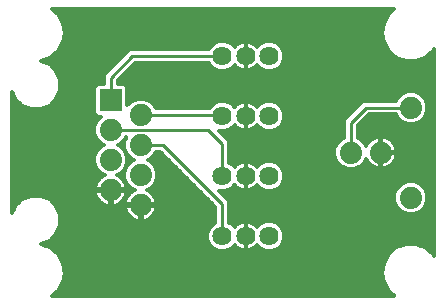
<source format=gbl>
G75*
G70*
%OFA0B0*%
%FSLAX24Y24*%
%IPPOS*%
%LPD*%
%AMOC8*
5,1,8,0,0,1.08239X$1,22.5*
%
%ADD10C,0.0740*%
%ADD11R,0.0740X0.0740*%
%ADD12C,0.0640*%
%ADD13C,0.0120*%
%ADD14C,0.0100*%
D10*
X006897Y003982D03*
X007897Y004482D03*
X006897Y004982D03*
X007897Y005482D03*
X006897Y005982D03*
X007897Y006482D03*
X007897Y003482D03*
X014897Y005232D03*
X015897Y005232D03*
X016897Y006732D03*
X016897Y003732D03*
D11*
X006897Y006982D03*
D12*
X010609Y006448D03*
X011397Y006448D03*
X012184Y006448D03*
X012184Y004448D03*
X011397Y004448D03*
X010609Y004448D03*
X010609Y002448D03*
X011397Y002448D03*
X012184Y002448D03*
X012184Y008448D03*
X011397Y008448D03*
X010609Y008448D03*
D13*
X004855Y002295D02*
X004573Y002178D01*
X004879Y002067D01*
X004879Y002067D01*
X005135Y001852D01*
X005135Y001852D01*
X005303Y001562D01*
X005303Y001562D01*
X005361Y001232D01*
X005361Y001232D01*
X005303Y000902D01*
X005303Y000902D01*
X005135Y000612D01*
X005135Y000612D01*
X005135Y000612D01*
X004945Y000452D01*
X016348Y000452D01*
X016158Y000612D01*
X016158Y000612D01*
X015990Y000902D01*
X015990Y000902D01*
X015932Y001232D01*
X015932Y001232D01*
X015990Y001562D01*
X015990Y001562D01*
X016158Y001852D01*
X016158Y001852D01*
X016414Y002067D01*
X016414Y002067D01*
X016729Y002182D01*
X016729Y002182D01*
X016896Y002182D01*
X017064Y002182D01*
X017064Y002182D01*
X017379Y002067D01*
X017379Y002067D01*
X017635Y001852D01*
X017635Y001852D01*
X017677Y001781D01*
X017677Y008683D01*
X017635Y008612D01*
X017635Y008612D01*
X017635Y008612D01*
X017379Y008396D01*
X017379Y008396D01*
X017064Y008282D01*
X016988Y008282D01*
X016896Y008282D01*
X016729Y008282D01*
X016729Y008282D01*
X016414Y008396D01*
X016414Y008396D01*
X016158Y008612D01*
X016158Y008612D01*
X015990Y008902D01*
X015990Y008902D01*
X015932Y009232D01*
X015932Y009232D01*
X015990Y009562D01*
X015990Y009562D01*
X016158Y009852D01*
X016158Y009852D01*
X016348Y010012D01*
X004945Y010012D01*
X005135Y009852D01*
X005135Y009852D01*
X005303Y009562D01*
X005303Y009562D01*
X005361Y009232D01*
X005361Y009232D01*
X005303Y008902D01*
X005303Y008902D01*
X005135Y008612D01*
X005135Y008612D01*
X005135Y008612D01*
X004879Y008396D01*
X004879Y008396D01*
X004573Y008285D01*
X004855Y008168D01*
X005083Y007941D01*
X005206Y007643D01*
X005206Y007321D01*
X005083Y007023D01*
X004855Y006795D01*
X004558Y006672D01*
X004235Y006672D01*
X003938Y006795D01*
X003710Y007023D01*
X003616Y007249D01*
X003616Y003215D01*
X003710Y003441D01*
X003938Y003668D01*
X004235Y003792D01*
X004558Y003792D01*
X004855Y003668D01*
X005083Y003441D01*
X005206Y003143D01*
X005206Y002821D01*
X005083Y002523D01*
X004855Y002295D01*
X004926Y002366D02*
X010109Y002366D01*
X010109Y002349D02*
X010185Y002165D01*
X010326Y002024D01*
X010510Y001948D01*
X010709Y001948D01*
X010892Y002024D01*
X011019Y002151D01*
X011030Y002136D01*
X011084Y002082D01*
X011145Y002038D01*
X011212Y002004D01*
X011284Y001980D01*
X011359Y001968D01*
X011388Y001968D01*
X011388Y002439D01*
X011405Y002439D01*
X011405Y001968D01*
X011434Y001968D01*
X011509Y001980D01*
X011581Y002004D01*
X011648Y002038D01*
X011709Y002082D01*
X011763Y002136D01*
X011774Y002151D01*
X011901Y002024D01*
X012084Y001948D01*
X012283Y001948D01*
X012467Y002024D01*
X012608Y002165D01*
X012684Y002349D01*
X012684Y002548D01*
X012608Y002732D01*
X012467Y002872D01*
X012283Y002948D01*
X012084Y002948D01*
X011901Y002872D01*
X011774Y002745D01*
X011763Y002761D01*
X011709Y002814D01*
X011648Y002859D01*
X011581Y002893D01*
X011509Y002916D01*
X011434Y002928D01*
X011405Y002928D01*
X011405Y002457D01*
X011388Y002457D01*
X011388Y002928D01*
X011359Y002928D01*
X011284Y002916D01*
X011212Y002893D01*
X011145Y002859D01*
X011084Y002814D01*
X011030Y002761D01*
X011019Y002745D01*
X010892Y002872D01*
X010839Y002894D01*
X010839Y003424D01*
X010839Y003614D01*
X010502Y003952D01*
X010510Y003948D01*
X010709Y003948D01*
X010892Y004024D01*
X011019Y004151D01*
X011030Y004136D01*
X011084Y004082D01*
X011145Y004038D01*
X011212Y004004D01*
X011284Y003980D01*
X011359Y003968D01*
X011388Y003968D01*
X011388Y004439D01*
X011405Y004439D01*
X011405Y003968D01*
X011434Y003968D01*
X011509Y003980D01*
X011581Y004004D01*
X011648Y004038D01*
X011709Y004082D01*
X011763Y004136D01*
X011774Y004151D01*
X011901Y004024D01*
X012084Y003948D01*
X012283Y003948D01*
X012467Y004024D01*
X012608Y004165D01*
X012684Y004349D01*
X012684Y004548D01*
X012608Y004732D01*
X012467Y004872D01*
X012283Y004948D01*
X012084Y004948D01*
X011901Y004872D01*
X011774Y004745D01*
X011763Y004761D01*
X011709Y004814D01*
X011648Y004859D01*
X011581Y004893D01*
X011509Y004916D01*
X011434Y004928D01*
X011405Y004928D01*
X011405Y004457D01*
X011388Y004457D01*
X011388Y004928D01*
X011359Y004928D01*
X011284Y004916D01*
X011212Y004893D01*
X011145Y004859D01*
X011084Y004814D01*
X011030Y004761D01*
X011019Y004745D01*
X010892Y004872D01*
X010839Y004894D01*
X010839Y005424D01*
X010839Y005614D01*
X010502Y005952D01*
X010510Y005948D01*
X010709Y005948D01*
X010892Y006024D01*
X011019Y006151D01*
X011030Y006136D01*
X011084Y006082D01*
X011145Y006038D01*
X011212Y006004D01*
X011284Y005980D01*
X011359Y005968D01*
X011388Y005968D01*
X011388Y006439D01*
X011405Y006439D01*
X011405Y005968D01*
X011434Y005968D01*
X011509Y005980D01*
X011581Y006004D01*
X011648Y006038D01*
X011709Y006082D01*
X011763Y006136D01*
X011774Y006151D01*
X011901Y006024D01*
X012084Y005948D01*
X012283Y005948D01*
X012467Y006024D01*
X012608Y006165D01*
X012684Y006349D01*
X012684Y006548D01*
X012608Y006732D01*
X012467Y006872D01*
X012283Y006948D01*
X012084Y006948D01*
X011901Y006872D01*
X011774Y006745D01*
X011763Y006761D01*
X011709Y006814D01*
X011648Y006859D01*
X011581Y006893D01*
X011509Y006916D01*
X011434Y006928D01*
X011405Y006928D01*
X011405Y006457D01*
X011388Y006457D01*
X011388Y006928D01*
X011359Y006928D01*
X011284Y006916D01*
X011212Y006893D01*
X011145Y006859D01*
X011084Y006814D01*
X011030Y006761D01*
X011019Y006745D01*
X010892Y006872D01*
X010709Y006948D01*
X010510Y006948D01*
X010326Y006872D01*
X010185Y006732D01*
X010177Y006712D01*
X008397Y006712D01*
X008363Y006793D01*
X008208Y006948D01*
X008006Y007032D01*
X007787Y007032D01*
X007585Y006948D01*
X007446Y006810D01*
X007446Y007426D01*
X007341Y007532D01*
X007126Y007532D01*
X007126Y007637D01*
X007708Y008218D01*
X010163Y008218D01*
X010185Y008165D01*
X010326Y008024D01*
X010510Y007948D01*
X010709Y007948D01*
X010892Y008024D01*
X011019Y008151D01*
X011030Y008136D01*
X011084Y008082D01*
X011145Y008038D01*
X011212Y008004D01*
X011284Y007980D01*
X011359Y007968D01*
X011388Y007968D01*
X011388Y008439D01*
X011405Y008439D01*
X011405Y007968D01*
X011434Y007968D01*
X011509Y007980D01*
X011581Y008004D01*
X011648Y008038D01*
X011709Y008082D01*
X011763Y008136D01*
X011774Y008151D01*
X011901Y008024D01*
X012084Y007948D01*
X012283Y007948D01*
X012467Y008024D01*
X012608Y008165D01*
X012684Y008349D01*
X012684Y008548D01*
X012608Y008732D01*
X012467Y008872D01*
X012283Y008948D01*
X012084Y008948D01*
X011901Y008872D01*
X011774Y008745D01*
X011763Y008761D01*
X011709Y008814D01*
X011648Y008859D01*
X011581Y008893D01*
X011509Y008916D01*
X011434Y008928D01*
X011405Y008928D01*
X011405Y008457D01*
X011388Y008457D01*
X011388Y008928D01*
X011359Y008928D01*
X011284Y008916D01*
X011212Y008893D01*
X011145Y008859D01*
X011084Y008814D01*
X011030Y008761D01*
X011019Y008745D01*
X010892Y008872D01*
X010709Y008948D01*
X010510Y008948D01*
X010326Y008872D01*
X010185Y008732D01*
X010163Y008678D01*
X007708Y008678D01*
X007518Y008678D01*
X006801Y007962D01*
X006667Y007827D01*
X006667Y007532D01*
X006452Y007532D01*
X006347Y007426D01*
X006347Y006537D01*
X006452Y006432D01*
X006569Y006432D01*
X006430Y006293D01*
X006347Y006091D01*
X006347Y005872D01*
X006430Y005670D01*
X006585Y005516D01*
X006666Y005482D01*
X006585Y005448D01*
X006430Y005293D01*
X006347Y005091D01*
X006347Y004872D01*
X006430Y004670D01*
X006585Y004516D01*
X006691Y004472D01*
X006619Y004435D01*
X006551Y004386D01*
X006492Y004327D01*
X006443Y004260D01*
X006405Y004185D01*
X006380Y004106D01*
X006367Y004024D01*
X006367Y004020D01*
X006858Y004020D01*
X006858Y003943D01*
X006935Y003943D01*
X006935Y003452D01*
X006938Y003452D01*
X007021Y003465D01*
X007100Y003491D01*
X007174Y003529D01*
X007242Y003578D01*
X007301Y003637D01*
X007350Y003704D01*
X007388Y003778D01*
X007413Y003858D01*
X007426Y003940D01*
X007426Y003943D01*
X006935Y003943D01*
X006935Y004020D01*
X007426Y004020D01*
X007426Y004024D01*
X007413Y004106D01*
X007388Y004185D01*
X007350Y004260D01*
X007301Y004327D01*
X007242Y004386D01*
X007174Y004435D01*
X007102Y004472D01*
X007208Y004516D01*
X007363Y004670D01*
X007446Y004872D01*
X007446Y005091D01*
X007363Y005293D01*
X007208Y005448D01*
X007127Y005482D01*
X007208Y005516D01*
X007363Y005670D01*
X007397Y005752D01*
X007413Y005752D01*
X007347Y005591D01*
X007347Y005372D01*
X007430Y005170D01*
X007585Y005016D01*
X007666Y004982D01*
X007585Y004948D01*
X007430Y004793D01*
X007347Y004591D01*
X007347Y004372D01*
X007430Y004170D01*
X007585Y004016D01*
X007691Y003972D01*
X007619Y003935D01*
X007551Y003886D01*
X007492Y003827D01*
X007443Y003760D01*
X007405Y003685D01*
X007380Y003606D01*
X007367Y003524D01*
X007367Y003520D01*
X007858Y003520D01*
X007858Y003443D01*
X007935Y003443D01*
X007935Y002952D01*
X007938Y002952D01*
X008021Y002965D01*
X008100Y002991D01*
X008174Y003029D01*
X008242Y003078D01*
X008301Y003137D01*
X008350Y003204D01*
X008388Y003278D01*
X008413Y003358D01*
X008426Y003440D01*
X008426Y003443D01*
X007935Y003443D01*
X007935Y003520D01*
X008426Y003520D01*
X008426Y003524D01*
X008413Y003606D01*
X008388Y003685D01*
X008350Y003760D01*
X008301Y003827D01*
X008242Y003886D01*
X008174Y003935D01*
X008102Y003972D01*
X008208Y004016D01*
X008363Y004170D01*
X008446Y004372D01*
X008446Y004591D01*
X008363Y004793D01*
X008208Y004948D01*
X008127Y004982D01*
X008208Y005016D01*
X008363Y005170D01*
X008397Y005252D01*
X008551Y005252D01*
X010379Y003424D01*
X010379Y002894D01*
X010326Y002872D01*
X010185Y002732D01*
X010109Y002548D01*
X010109Y002349D01*
X010151Y002247D02*
X004739Y002247D01*
X004710Y002129D02*
X010222Y002129D01*
X010361Y002010D02*
X004947Y002010D01*
X005088Y001891D02*
X016205Y001891D01*
X016158Y001852D02*
X016158Y001852D01*
X016112Y001773D02*
X005181Y001773D01*
X005250Y001654D02*
X016044Y001654D01*
X015986Y001536D02*
X005308Y001536D01*
X005328Y001417D02*
X015965Y001417D01*
X015944Y001299D02*
X005349Y001299D01*
X005352Y001180D02*
X015941Y001180D01*
X015962Y001062D02*
X005331Y001062D01*
X005310Y000943D02*
X015983Y000943D01*
X016035Y000825D02*
X005258Y000825D01*
X005190Y000706D02*
X016103Y000706D01*
X016186Y000587D02*
X005106Y000587D01*
X004965Y000469D02*
X016328Y000469D01*
X017588Y001891D02*
X017677Y001891D01*
X017677Y002010D02*
X017447Y002010D01*
X017677Y002129D02*
X017210Y002129D01*
X017677Y002247D02*
X012642Y002247D01*
X012684Y002366D02*
X017677Y002366D01*
X017677Y002484D02*
X012684Y002484D01*
X012661Y002603D02*
X017677Y002603D01*
X017677Y002721D02*
X012612Y002721D01*
X012500Y002840D02*
X017677Y002840D01*
X017677Y002958D02*
X010839Y002958D01*
X010839Y003077D02*
X017677Y003077D01*
X017677Y003195D02*
X017039Y003195D01*
X017006Y003182D02*
X017208Y003266D01*
X017363Y003420D01*
X017446Y003622D01*
X017446Y003841D01*
X017363Y004043D01*
X017208Y004198D01*
X017006Y004282D01*
X016787Y004282D01*
X016585Y004198D01*
X016430Y004043D01*
X016347Y003841D01*
X016347Y003622D01*
X016430Y003420D01*
X016585Y003266D01*
X016787Y003182D01*
X017006Y003182D01*
X016754Y003195D02*
X010839Y003195D01*
X010839Y003314D02*
X016537Y003314D01*
X016425Y003432D02*
X010839Y003432D01*
X010839Y003551D02*
X016376Y003551D01*
X016347Y003670D02*
X010784Y003670D01*
X010665Y003788D02*
X016347Y003788D01*
X016374Y003907D02*
X010547Y003907D01*
X010893Y004025D02*
X011170Y004025D01*
X011025Y004144D02*
X011012Y004144D01*
X011388Y004144D02*
X011405Y004144D01*
X011405Y004262D02*
X011388Y004262D01*
X011388Y004381D02*
X011405Y004381D01*
X011405Y004499D02*
X011388Y004499D01*
X011388Y004618D02*
X011405Y004618D01*
X011405Y004736D02*
X011388Y004736D01*
X011388Y004855D02*
X011405Y004855D01*
X011140Y004855D02*
X010910Y004855D01*
X010839Y004974D02*
X014408Y004974D01*
X014430Y004920D02*
X014585Y004766D01*
X014787Y004682D01*
X015006Y004682D01*
X015208Y004766D01*
X015363Y004920D01*
X015407Y005026D01*
X015443Y004954D01*
X015492Y004887D01*
X015551Y004828D01*
X015619Y004779D01*
X015693Y004741D01*
X015772Y004715D01*
X015855Y004702D01*
X015876Y004702D01*
X015876Y005212D01*
X015917Y005212D01*
X015917Y005252D01*
X016426Y005252D01*
X016426Y005274D01*
X016413Y005356D01*
X016388Y005435D01*
X016350Y005510D01*
X016301Y005577D01*
X016242Y005636D01*
X016174Y005685D01*
X016100Y005723D01*
X016021Y005749D01*
X015938Y005762D01*
X015917Y005762D01*
X015917Y005252D01*
X015876Y005252D01*
X015876Y005762D01*
X015855Y005762D01*
X015772Y005749D01*
X015693Y005723D01*
X015619Y005685D01*
X015551Y005636D01*
X015492Y005577D01*
X015443Y005510D01*
X015407Y005438D01*
X015363Y005543D01*
X015208Y005698D01*
X015126Y005732D01*
X015126Y006137D01*
X015492Y006502D01*
X016396Y006502D01*
X016430Y006420D01*
X016585Y006266D01*
X016787Y006182D01*
X017006Y006182D01*
X017208Y006266D01*
X017363Y006420D01*
X017446Y006622D01*
X017446Y006841D01*
X017363Y007043D01*
X017208Y007198D01*
X017006Y007282D01*
X016787Y007282D01*
X016585Y007198D01*
X016430Y007043D01*
X016396Y006962D01*
X015301Y006962D01*
X015167Y006827D01*
X014667Y006327D01*
X014667Y006137D01*
X014667Y005732D01*
X014585Y005698D01*
X014430Y005543D01*
X014347Y005341D01*
X014347Y005122D01*
X014430Y004920D01*
X014496Y004855D02*
X012484Y004855D01*
X012603Y004736D02*
X014655Y004736D01*
X015138Y004736D02*
X015706Y004736D01*
X015876Y004736D02*
X015917Y004736D01*
X015917Y004702D02*
X015938Y004702D01*
X016021Y004715D01*
X016100Y004741D01*
X016174Y004779D01*
X016242Y004828D01*
X016301Y004887D01*
X016350Y004954D01*
X016388Y005028D01*
X016413Y005108D01*
X016426Y005190D01*
X016426Y005212D01*
X015917Y005212D01*
X015917Y004702D01*
X016087Y004736D02*
X017677Y004736D01*
X017677Y004618D02*
X012655Y004618D01*
X012684Y004499D02*
X017677Y004499D01*
X017677Y004381D02*
X012684Y004381D01*
X012648Y004262D02*
X016740Y004262D01*
X016531Y004144D02*
X012586Y004144D01*
X012468Y004025D02*
X016423Y004025D01*
X017053Y004262D02*
X017677Y004262D01*
X017677Y004144D02*
X017262Y004144D01*
X017370Y004025D02*
X017677Y004025D01*
X017677Y003907D02*
X017419Y003907D01*
X017446Y003788D02*
X017677Y003788D01*
X017677Y003670D02*
X017446Y003670D01*
X017417Y003551D02*
X017677Y003551D01*
X017677Y003432D02*
X017368Y003432D01*
X017256Y003314D02*
X017677Y003314D01*
X016583Y002129D02*
X012571Y002129D01*
X012432Y002010D02*
X016346Y002010D01*
X011936Y002010D02*
X011593Y002010D01*
X011405Y002010D02*
X011388Y002010D01*
X011388Y002129D02*
X011405Y002129D01*
X011405Y002247D02*
X011388Y002247D01*
X011388Y002366D02*
X011405Y002366D01*
X011405Y002484D02*
X011388Y002484D01*
X011388Y002603D02*
X011405Y002603D01*
X011405Y002721D02*
X011388Y002721D01*
X011388Y002840D02*
X011405Y002840D01*
X011119Y002840D02*
X010925Y002840D01*
X010379Y002958D02*
X007979Y002958D01*
X007935Y002958D02*
X007858Y002958D01*
X007858Y002952D02*
X007858Y003443D01*
X007367Y003443D01*
X007367Y003440D01*
X007380Y003358D01*
X007405Y003278D01*
X007443Y003204D01*
X007492Y003137D01*
X007551Y003078D01*
X007619Y003029D01*
X007693Y002991D01*
X007772Y002965D01*
X007855Y002952D01*
X007858Y002952D01*
X007814Y002958D02*
X005206Y002958D01*
X005206Y002840D02*
X010293Y002840D01*
X010181Y002721D02*
X005165Y002721D01*
X005116Y002603D02*
X010132Y002603D01*
X010109Y002484D02*
X005044Y002484D01*
X005206Y003077D02*
X007552Y003077D01*
X007449Y003195D02*
X005185Y003195D01*
X005136Y003314D02*
X007394Y003314D01*
X007368Y003432D02*
X005086Y003432D01*
X004973Y003551D02*
X006588Y003551D01*
X006619Y003529D02*
X006693Y003491D01*
X006772Y003465D01*
X006855Y003452D01*
X006858Y003452D01*
X006858Y003943D01*
X006367Y003943D01*
X006367Y003940D01*
X006380Y003858D01*
X006405Y003778D01*
X006443Y003704D01*
X006492Y003637D01*
X006551Y003578D01*
X006619Y003529D01*
X006858Y003551D02*
X006935Y003551D01*
X006935Y003670D02*
X006858Y003670D01*
X006858Y003788D02*
X006935Y003788D01*
X006935Y003907D02*
X006858Y003907D01*
X006468Y003670D02*
X004852Y003670D01*
X004566Y003788D02*
X006402Y003788D01*
X006372Y003907D02*
X003616Y003907D01*
X003616Y004025D02*
X006367Y004025D01*
X006392Y004144D02*
X003616Y004144D01*
X003616Y004262D02*
X006445Y004262D01*
X006546Y004381D02*
X003616Y004381D01*
X003616Y004499D02*
X006624Y004499D01*
X006483Y004618D02*
X003616Y004618D01*
X003616Y004736D02*
X006403Y004736D01*
X006354Y004855D02*
X003616Y004855D01*
X003616Y004974D02*
X006347Y004974D01*
X006347Y005092D02*
X003616Y005092D01*
X003616Y005211D02*
X006396Y005211D01*
X006466Y005329D02*
X003616Y005329D01*
X003616Y005448D02*
X006585Y005448D01*
X006534Y005566D02*
X003616Y005566D01*
X003616Y005685D02*
X006424Y005685D01*
X006375Y005803D02*
X003616Y005803D01*
X003616Y005922D02*
X006347Y005922D01*
X006347Y006040D02*
X003616Y006040D01*
X003616Y006159D02*
X006375Y006159D01*
X006424Y006278D02*
X003616Y006278D01*
X003616Y006396D02*
X006533Y006396D01*
X006369Y006515D02*
X003616Y006515D01*
X003616Y006633D02*
X006347Y006633D01*
X006347Y006752D02*
X004750Y006752D01*
X004930Y006870D02*
X006347Y006870D01*
X006347Y006989D02*
X005049Y006989D01*
X005118Y007107D02*
X006347Y007107D01*
X006347Y007226D02*
X005167Y007226D01*
X005206Y007344D02*
X006347Y007344D01*
X006383Y007463D02*
X005206Y007463D01*
X005206Y007581D02*
X006667Y007581D01*
X006667Y007700D02*
X005183Y007700D01*
X005134Y007819D02*
X006667Y007819D01*
X006777Y007937D02*
X005085Y007937D01*
X004968Y008056D02*
X006895Y008056D01*
X007014Y008174D02*
X004841Y008174D01*
X004594Y008293D02*
X007132Y008293D01*
X007251Y008411D02*
X004897Y008411D01*
X005038Y008530D02*
X007369Y008530D01*
X007488Y008648D02*
X005157Y008648D01*
X005225Y008767D02*
X010221Y008767D01*
X010358Y008885D02*
X005293Y008885D01*
X005321Y009004D02*
X015972Y009004D01*
X015951Y009123D02*
X005342Y009123D01*
X005360Y009241D02*
X015934Y009241D01*
X015954Y009360D02*
X005339Y009360D01*
X005318Y009478D02*
X015975Y009478D01*
X016010Y009597D02*
X005283Y009597D01*
X005214Y009715D02*
X016079Y009715D01*
X016147Y009834D02*
X005146Y009834D01*
X005016Y009952D02*
X016277Y009952D01*
X016158Y009852D02*
X016158Y009852D01*
X016000Y008885D02*
X012435Y008885D01*
X012572Y008767D02*
X016068Y008767D01*
X016136Y008648D02*
X012642Y008648D01*
X012684Y008530D02*
X016255Y008530D01*
X016396Y008411D02*
X012684Y008411D01*
X012661Y008293D02*
X016699Y008293D01*
X017094Y008293D02*
X017677Y008293D01*
X017677Y008411D02*
X017397Y008411D01*
X017538Y008530D02*
X017677Y008530D01*
X017677Y008648D02*
X017657Y008648D01*
X017677Y008174D02*
X012612Y008174D01*
X012498Y008056D02*
X017677Y008056D01*
X017677Y007937D02*
X007427Y007937D01*
X007309Y007819D02*
X017677Y007819D01*
X017677Y007700D02*
X007190Y007700D01*
X007126Y007581D02*
X017677Y007581D01*
X017677Y007463D02*
X007410Y007463D01*
X007446Y007344D02*
X017677Y007344D01*
X017677Y007226D02*
X017141Y007226D01*
X017299Y007107D02*
X017677Y007107D01*
X017677Y006989D02*
X017385Y006989D01*
X017434Y006870D02*
X017677Y006870D01*
X017677Y006752D02*
X017446Y006752D01*
X017446Y006633D02*
X017677Y006633D01*
X017677Y006515D02*
X017402Y006515D01*
X017339Y006396D02*
X017677Y006396D01*
X017677Y006278D02*
X017220Y006278D01*
X017677Y006159D02*
X015149Y006159D01*
X015126Y006040D02*
X017677Y006040D01*
X017677Y005922D02*
X015126Y005922D01*
X015126Y005803D02*
X017677Y005803D01*
X017677Y005685D02*
X016175Y005685D01*
X016309Y005566D02*
X017677Y005566D01*
X017677Y005448D02*
X016381Y005448D01*
X016418Y005329D02*
X017677Y005329D01*
X017677Y005211D02*
X016426Y005211D01*
X016408Y005092D02*
X017677Y005092D01*
X017677Y004974D02*
X016360Y004974D01*
X016269Y004855D02*
X017677Y004855D01*
X015917Y004855D02*
X015876Y004855D01*
X015876Y004974D02*
X015917Y004974D01*
X015917Y005092D02*
X015876Y005092D01*
X015876Y005211D02*
X015917Y005211D01*
X015917Y005329D02*
X015876Y005329D01*
X015876Y005448D02*
X015917Y005448D01*
X015917Y005566D02*
X015876Y005566D01*
X015876Y005685D02*
X015917Y005685D01*
X015618Y005685D02*
X015221Y005685D01*
X015340Y005566D02*
X015484Y005566D01*
X015412Y005448D02*
X015402Y005448D01*
X014667Y005803D02*
X010650Y005803D01*
X010769Y005685D02*
X014572Y005685D01*
X014453Y005566D02*
X010839Y005566D01*
X010839Y005448D02*
X014391Y005448D01*
X014347Y005329D02*
X010839Y005329D01*
X010839Y005211D02*
X014347Y005211D01*
X014359Y005092D02*
X010839Y005092D01*
X011653Y004855D02*
X011884Y004855D01*
X011781Y004144D02*
X011768Y004144D01*
X011900Y004025D02*
X011623Y004025D01*
X011405Y004025D02*
X011388Y004025D01*
X010371Y003432D02*
X008425Y003432D01*
X008422Y003551D02*
X010252Y003551D01*
X010134Y003670D02*
X008393Y003670D01*
X008329Y003788D02*
X010015Y003788D01*
X009896Y003907D02*
X008213Y003907D01*
X008218Y004025D02*
X009778Y004025D01*
X009659Y004144D02*
X008336Y004144D01*
X008401Y004262D02*
X009541Y004262D01*
X009422Y004381D02*
X008446Y004381D01*
X008446Y004499D02*
X009304Y004499D01*
X009185Y004618D02*
X008435Y004618D01*
X008386Y004736D02*
X009067Y004736D01*
X008948Y004855D02*
X008301Y004855D01*
X008146Y004974D02*
X008830Y004974D01*
X008711Y005092D02*
X008285Y005092D01*
X008379Y005211D02*
X008592Y005211D01*
X007647Y004974D02*
X007446Y004974D01*
X007446Y005092D02*
X007508Y005092D01*
X007414Y005211D02*
X007397Y005211D01*
X007364Y005329D02*
X007327Y005329D01*
X007347Y005448D02*
X007208Y005448D01*
X007259Y005566D02*
X007347Y005566D01*
X007369Y005685D02*
X007385Y005685D01*
X007439Y004855D02*
X007492Y004855D01*
X007407Y004736D02*
X007390Y004736D01*
X007358Y004618D02*
X007310Y004618D01*
X007347Y004499D02*
X007169Y004499D01*
X007247Y004381D02*
X007347Y004381D01*
X007348Y004262D02*
X007392Y004262D01*
X007401Y004144D02*
X007457Y004144D01*
X007426Y004025D02*
X007575Y004025D01*
X007580Y003907D02*
X007421Y003907D01*
X007391Y003788D02*
X007464Y003788D01*
X007400Y003670D02*
X007325Y003670D01*
X007371Y003551D02*
X007205Y003551D01*
X007858Y003432D02*
X007935Y003432D01*
X007935Y003314D02*
X007858Y003314D01*
X007858Y003195D02*
X007935Y003195D01*
X007935Y003077D02*
X007858Y003077D01*
X008241Y003077D02*
X010379Y003077D01*
X010379Y003195D02*
X008344Y003195D01*
X008399Y003314D02*
X010379Y003314D01*
X011674Y002840D02*
X011868Y002840D01*
X011797Y002129D02*
X011756Y002129D01*
X011200Y002010D02*
X010857Y002010D01*
X010996Y002129D02*
X011038Y002129D01*
X015298Y004855D02*
X015524Y004855D01*
X015433Y004974D02*
X015385Y004974D01*
X014667Y005922D02*
X010532Y005922D01*
X010908Y006040D02*
X011141Y006040D01*
X011388Y006040D02*
X011405Y006040D01*
X011405Y006159D02*
X011388Y006159D01*
X011388Y006278D02*
X011405Y006278D01*
X011405Y006396D02*
X011388Y006396D01*
X011388Y006515D02*
X011405Y006515D01*
X011405Y006633D02*
X011388Y006633D01*
X011388Y006752D02*
X011405Y006752D01*
X011405Y006870D02*
X011388Y006870D01*
X011167Y006870D02*
X010894Y006870D01*
X011013Y006752D02*
X011024Y006752D01*
X011626Y006870D02*
X011899Y006870D01*
X011780Y006752D02*
X011769Y006752D01*
X012469Y006870D02*
X015210Y006870D01*
X015091Y006752D02*
X012588Y006752D01*
X012649Y006633D02*
X014973Y006633D01*
X014854Y006515D02*
X012684Y006515D01*
X012684Y006396D02*
X014736Y006396D01*
X014667Y006278D02*
X012654Y006278D01*
X012602Y006159D02*
X014667Y006159D01*
X014667Y006040D02*
X012483Y006040D01*
X011885Y006040D02*
X011652Y006040D01*
X010324Y006870D02*
X008286Y006870D01*
X008380Y006752D02*
X010205Y006752D01*
X008110Y006989D02*
X016408Y006989D01*
X016494Y007107D02*
X007446Y007107D01*
X007446Y006989D02*
X007683Y006989D01*
X007507Y006870D02*
X007446Y006870D01*
X007446Y007226D02*
X016652Y007226D01*
X016454Y006396D02*
X015386Y006396D01*
X015267Y006278D02*
X016573Y006278D01*
X011869Y008056D02*
X011673Y008056D01*
X011405Y008056D02*
X011388Y008056D01*
X011388Y008174D02*
X011405Y008174D01*
X011405Y008293D02*
X011388Y008293D01*
X011388Y008411D02*
X011405Y008411D01*
X011405Y008530D02*
X011388Y008530D01*
X011388Y008648D02*
X011405Y008648D01*
X011405Y008767D02*
X011388Y008767D01*
X011388Y008885D02*
X011405Y008885D01*
X011596Y008885D02*
X011933Y008885D01*
X011795Y008767D02*
X011757Y008767D01*
X011197Y008885D02*
X010860Y008885D01*
X010998Y008767D02*
X011036Y008767D01*
X010181Y008174D02*
X007664Y008174D01*
X007546Y008056D02*
X010295Y008056D01*
X010924Y008056D02*
X011120Y008056D01*
X004043Y006752D02*
X003616Y006752D01*
X003616Y006870D02*
X003863Y006870D01*
X003744Y006989D02*
X003616Y006989D01*
X003616Y007107D02*
X003675Y007107D01*
X003626Y007226D02*
X003616Y007226D01*
X003616Y003788D02*
X004227Y003788D01*
X003941Y003670D02*
X003616Y003670D01*
X003616Y003551D02*
X003820Y003551D01*
X003707Y003432D02*
X003616Y003432D01*
X003616Y003314D02*
X003657Y003314D01*
D14*
X007897Y005482D02*
X008647Y005482D01*
X010609Y003519D01*
X010609Y002448D01*
X010609Y004448D02*
X010609Y005519D01*
X010147Y005982D01*
X006897Y005982D01*
X007897Y006482D02*
X010576Y006482D01*
X010609Y006448D01*
X010609Y008448D02*
X007613Y008448D01*
X006897Y007732D01*
X006897Y006982D01*
X014897Y006232D02*
X014897Y005232D01*
X014897Y006232D02*
X015397Y006732D01*
X016897Y006732D01*
M02*

</source>
